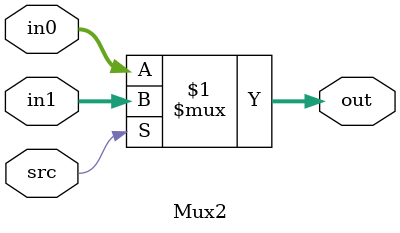
<source format=v>
module Mux2(in0,in1,out,src);
input [31:0] in0, in1;
input src;
output [31:0] out;

assign out = src? in1 : in0;
endmodule
</source>
